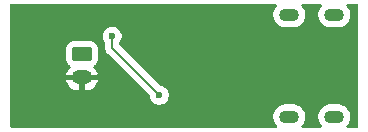
<source format=gbr>
%TF.GenerationSoftware,KiCad,Pcbnew,9.0.0*%
%TF.CreationDate,2025-06-01T15:03:30-04:00*%
%TF.ProjectId,USB-C_LiPol_Charger,5553422d-435f-44c6-9950-6f6c5f436861,0*%
%TF.SameCoordinates,Original*%
%TF.FileFunction,Copper,L2,Bot*%
%TF.FilePolarity,Positive*%
%FSLAX46Y46*%
G04 Gerber Fmt 4.6, Leading zero omitted, Abs format (unit mm)*
G04 Created by KiCad (PCBNEW 9.0.0) date 2025-06-01 15:03:30*
%MOMM*%
%LPD*%
G01*
G04 APERTURE LIST*
G04 Aperture macros list*
%AMRoundRect*
0 Rectangle with rounded corners*
0 $1 Rounding radius*
0 $2 $3 $4 $5 $6 $7 $8 $9 X,Y pos of 4 corners*
0 Add a 4 corners polygon primitive as box body*
4,1,4,$2,$3,$4,$5,$6,$7,$8,$9,$2,$3,0*
0 Add four circle primitives for the rounded corners*
1,1,$1+$1,$2,$3*
1,1,$1+$1,$4,$5*
1,1,$1+$1,$6,$7*
1,1,$1+$1,$8,$9*
0 Add four rect primitives between the rounded corners*
20,1,$1+$1,$2,$3,$4,$5,0*
20,1,$1+$1,$4,$5,$6,$7,0*
20,1,$1+$1,$6,$7,$8,$9,0*
20,1,$1+$1,$8,$9,$2,$3,0*%
G04 Aperture macros list end*
%TA.AperFunction,ComponentPad*%
%ADD10O,1.750000X1.200000*%
%TD*%
%TA.AperFunction,ComponentPad*%
%ADD11RoundRect,0.250000X-0.625000X0.350000X-0.625000X-0.350000X0.625000X-0.350000X0.625000X0.350000X0*%
%TD*%
%TA.AperFunction,HeatsinkPad*%
%ADD12O,1.700000X1.100000*%
%TD*%
%TA.AperFunction,ViaPad*%
%ADD13C,0.600000*%
%TD*%
%TA.AperFunction,Conductor*%
%ADD14C,0.200000*%
%TD*%
G04 APERTURE END LIST*
D10*
%TO.P,J2,2,Pin_2*%
%TO.N,GND*%
X154450000Y-102000000D03*
D11*
%TO.P,J2,1,Pin_1*%
%TO.N,Net-(J2-Pin_1)*%
X154450000Y-100000000D03*
%TD*%
D12*
%TO.P,J1,S1,SHIELD*%
%TO.N,Net-(J1-SHIELD)*%
X172000000Y-105320000D03*
X175800000Y-105320000D03*
X172000000Y-96680000D03*
X175800000Y-96680000D03*
%TD*%
D13*
%TO.N,GND*%
X156000000Y-102000000D03*
%TO.N,Net-(D2-K)*%
X157000000Y-98500000D03*
X161000000Y-103500000D03*
%TO.N,GND*%
X162500000Y-100500000D03*
X173000000Y-103500000D03*
X161000000Y-105500000D03*
%TD*%
D14*
%TO.N,Net-(D2-K)*%
X157000000Y-99500000D02*
X161000000Y-103500000D01*
X157000000Y-98500000D02*
X157000000Y-99500000D01*
%TD*%
%TA.AperFunction,Conductor*%
%TO.N,GND*%
G36*
X170911544Y-95770185D02*
G01*
X170957299Y-95822989D01*
X170967243Y-95892147D01*
X170938218Y-95955703D01*
X170932186Y-95962181D01*
X170884025Y-96010341D01*
X170884024Y-96010342D01*
X170769058Y-96182403D01*
X170689870Y-96373579D01*
X170689868Y-96373587D01*
X170649500Y-96576530D01*
X170649500Y-96783469D01*
X170689868Y-96986412D01*
X170689870Y-96986420D01*
X170769058Y-97177596D01*
X170884024Y-97349657D01*
X171030342Y-97495975D01*
X171030345Y-97495977D01*
X171202402Y-97610941D01*
X171393580Y-97690130D01*
X171595333Y-97730261D01*
X171596530Y-97730499D01*
X171596534Y-97730500D01*
X171596535Y-97730500D01*
X172403466Y-97730500D01*
X172403467Y-97730499D01*
X172606420Y-97690130D01*
X172797598Y-97610941D01*
X172969655Y-97495977D01*
X173115977Y-97349655D01*
X173230941Y-97177598D01*
X173310130Y-96986420D01*
X173350500Y-96783465D01*
X173350500Y-96576535D01*
X173310130Y-96373580D01*
X173230941Y-96182402D01*
X173115977Y-96010345D01*
X173115975Y-96010342D01*
X173067814Y-95962181D01*
X173034329Y-95900858D01*
X173039313Y-95831166D01*
X173081185Y-95775233D01*
X173146649Y-95750816D01*
X173155495Y-95750500D01*
X174644505Y-95750500D01*
X174711544Y-95770185D01*
X174757299Y-95822989D01*
X174767243Y-95892147D01*
X174738218Y-95955703D01*
X174732186Y-95962181D01*
X174684025Y-96010341D01*
X174684024Y-96010342D01*
X174569058Y-96182403D01*
X174489870Y-96373579D01*
X174489868Y-96373587D01*
X174449500Y-96576530D01*
X174449500Y-96783469D01*
X174489868Y-96986412D01*
X174489870Y-96986420D01*
X174569058Y-97177596D01*
X174684024Y-97349657D01*
X174830342Y-97495975D01*
X174830345Y-97495977D01*
X175002402Y-97610941D01*
X175193580Y-97690130D01*
X175395333Y-97730261D01*
X175396530Y-97730499D01*
X175396534Y-97730500D01*
X175396535Y-97730500D01*
X176203466Y-97730500D01*
X176203467Y-97730499D01*
X176406420Y-97690130D01*
X176597598Y-97610941D01*
X176769655Y-97495977D01*
X176915977Y-97349655D01*
X177030941Y-97177598D01*
X177110130Y-96986420D01*
X177150500Y-96783465D01*
X177150500Y-96576535D01*
X177110130Y-96373580D01*
X177030941Y-96182402D01*
X176915977Y-96010345D01*
X176915975Y-96010342D01*
X176867814Y-95962181D01*
X176834329Y-95900858D01*
X176839313Y-95831166D01*
X176881185Y-95775233D01*
X176946649Y-95750816D01*
X176955495Y-95750500D01*
X177725500Y-95750500D01*
X177792539Y-95770185D01*
X177838294Y-95822989D01*
X177849500Y-95874500D01*
X177849500Y-106125500D01*
X177829815Y-106192539D01*
X177777011Y-106238294D01*
X177725500Y-106249500D01*
X176955495Y-106249500D01*
X176888456Y-106229815D01*
X176842701Y-106177011D01*
X176832757Y-106107853D01*
X176861782Y-106044297D01*
X176867814Y-106037819D01*
X176915974Y-105989658D01*
X176915975Y-105989657D01*
X176915977Y-105989655D01*
X177030941Y-105817598D01*
X177110130Y-105626420D01*
X177150500Y-105423465D01*
X177150500Y-105216535D01*
X177110130Y-105013580D01*
X177030941Y-104822402D01*
X176915977Y-104650345D01*
X176915975Y-104650342D01*
X176769657Y-104504024D01*
X176683626Y-104446541D01*
X176597598Y-104389059D01*
X176406420Y-104309870D01*
X176406412Y-104309868D01*
X176203469Y-104269500D01*
X176203465Y-104269500D01*
X175396535Y-104269500D01*
X175396530Y-104269500D01*
X175193587Y-104309868D01*
X175193579Y-104309870D01*
X175002403Y-104389058D01*
X174830342Y-104504024D01*
X174684024Y-104650342D01*
X174569058Y-104822403D01*
X174489870Y-105013579D01*
X174489868Y-105013587D01*
X174449500Y-105216530D01*
X174449500Y-105423469D01*
X174489868Y-105626412D01*
X174489870Y-105626420D01*
X174569058Y-105817596D01*
X174684024Y-105989657D01*
X174732186Y-106037819D01*
X174765671Y-106099142D01*
X174760687Y-106168834D01*
X174718815Y-106224767D01*
X174653351Y-106249184D01*
X174644505Y-106249500D01*
X173155495Y-106249500D01*
X173088456Y-106229815D01*
X173042701Y-106177011D01*
X173032757Y-106107853D01*
X173061782Y-106044297D01*
X173067814Y-106037819D01*
X173115974Y-105989658D01*
X173115975Y-105989657D01*
X173115977Y-105989655D01*
X173230941Y-105817598D01*
X173310130Y-105626420D01*
X173350500Y-105423465D01*
X173350500Y-105216535D01*
X173310130Y-105013580D01*
X173230941Y-104822402D01*
X173115977Y-104650345D01*
X173115975Y-104650342D01*
X172969657Y-104504024D01*
X172883626Y-104446541D01*
X172797598Y-104389059D01*
X172606420Y-104309870D01*
X172606412Y-104309868D01*
X172403469Y-104269500D01*
X172403465Y-104269500D01*
X171596535Y-104269500D01*
X171596530Y-104269500D01*
X171393587Y-104309868D01*
X171393579Y-104309870D01*
X171202403Y-104389058D01*
X171030342Y-104504024D01*
X170884024Y-104650342D01*
X170769058Y-104822403D01*
X170689870Y-105013579D01*
X170689868Y-105013587D01*
X170649500Y-105216530D01*
X170649500Y-105423469D01*
X170689868Y-105626412D01*
X170689870Y-105626420D01*
X170769058Y-105817596D01*
X170884024Y-105989657D01*
X170932186Y-106037819D01*
X170965671Y-106099142D01*
X170960687Y-106168834D01*
X170918815Y-106224767D01*
X170853351Y-106249184D01*
X170844505Y-106249500D01*
X148474500Y-106249500D01*
X148407461Y-106229815D01*
X148361706Y-106177011D01*
X148350500Y-106125500D01*
X148350500Y-99599983D01*
X153074500Y-99599983D01*
X153074500Y-100400001D01*
X153074501Y-100400019D01*
X153085000Y-100502796D01*
X153085001Y-100502799D01*
X153140185Y-100669331D01*
X153140186Y-100669334D01*
X153232288Y-100818656D01*
X153356344Y-100942712D01*
X153420981Y-100982580D01*
X153467705Y-101034526D01*
X153478928Y-101103489D01*
X153451085Y-101167571D01*
X153443566Y-101175799D01*
X153335964Y-101283401D01*
X153234195Y-101423475D01*
X153155591Y-101577744D01*
X153102085Y-101742415D01*
X153100884Y-101749999D01*
X153100885Y-101750000D01*
X154169670Y-101750000D01*
X154149925Y-101769745D01*
X154100556Y-101855255D01*
X154075000Y-101950630D01*
X154075000Y-102049370D01*
X154100556Y-102144745D01*
X154149925Y-102230255D01*
X154169670Y-102250000D01*
X153100885Y-102250000D01*
X153102085Y-102257584D01*
X153155591Y-102422255D01*
X153234195Y-102576524D01*
X153335967Y-102716602D01*
X153458397Y-102839032D01*
X153598475Y-102940804D01*
X153752742Y-103019408D01*
X153917415Y-103072914D01*
X154088429Y-103100000D01*
X154200000Y-103100000D01*
X154200000Y-102280330D01*
X154219745Y-102300075D01*
X154305255Y-102349444D01*
X154400630Y-102375000D01*
X154499370Y-102375000D01*
X154594745Y-102349444D01*
X154680255Y-102300075D01*
X154700000Y-102280330D01*
X154700000Y-103100000D01*
X154811571Y-103100000D01*
X154982584Y-103072914D01*
X155147257Y-103019408D01*
X155301524Y-102940804D01*
X155441602Y-102839032D01*
X155564032Y-102716602D01*
X155665804Y-102576524D01*
X155744408Y-102422255D01*
X155797914Y-102257584D01*
X155799115Y-102250000D01*
X154730330Y-102250000D01*
X154750075Y-102230255D01*
X154799444Y-102144745D01*
X154825000Y-102049370D01*
X154825000Y-101950630D01*
X154799444Y-101855255D01*
X154750075Y-101769745D01*
X154730330Y-101750000D01*
X155799115Y-101750000D01*
X155799115Y-101749999D01*
X155797914Y-101742415D01*
X155744408Y-101577744D01*
X155665804Y-101423475D01*
X155564032Y-101283397D01*
X155456434Y-101175799D01*
X155422949Y-101114476D01*
X155427933Y-101044784D01*
X155469805Y-100988851D01*
X155478995Y-100982594D01*
X155543656Y-100942712D01*
X155667712Y-100818656D01*
X155759814Y-100669334D01*
X155814999Y-100502797D01*
X155825500Y-100400009D01*
X155825499Y-99599992D01*
X155823360Y-99579057D01*
X155814999Y-99497203D01*
X155814998Y-99497200D01*
X155789729Y-99420943D01*
X155759814Y-99330666D01*
X155667712Y-99181344D01*
X155543656Y-99057288D01*
X155394334Y-98965186D01*
X155227797Y-98910001D01*
X155227795Y-98910000D01*
X155125010Y-98899500D01*
X153774998Y-98899500D01*
X153774981Y-98899501D01*
X153672203Y-98910000D01*
X153672200Y-98910001D01*
X153505668Y-98965185D01*
X153505663Y-98965187D01*
X153356342Y-99057289D01*
X153232289Y-99181342D01*
X153140187Y-99330663D01*
X153140186Y-99330666D01*
X153085001Y-99497203D01*
X153085001Y-99497204D01*
X153085000Y-99497204D01*
X153074500Y-99599983D01*
X148350500Y-99599983D01*
X148350500Y-98421153D01*
X156199500Y-98421153D01*
X156199500Y-98578846D01*
X156230261Y-98733489D01*
X156230264Y-98733501D01*
X156290602Y-98879172D01*
X156290609Y-98879185D01*
X156378602Y-99010874D01*
X156399480Y-99077551D01*
X156399500Y-99079765D01*
X156399500Y-99413330D01*
X156399499Y-99413348D01*
X156399499Y-99579054D01*
X156399498Y-99579054D01*
X156405110Y-99599998D01*
X156440423Y-99731785D01*
X156447837Y-99744626D01*
X156447838Y-99744627D01*
X156447838Y-99744628D01*
X156519477Y-99868712D01*
X156519481Y-99868717D01*
X156638349Y-99987585D01*
X156638355Y-99987590D01*
X160165425Y-103514660D01*
X160198910Y-103575983D01*
X160199361Y-103578149D01*
X160230261Y-103733491D01*
X160230264Y-103733501D01*
X160290602Y-103879172D01*
X160290609Y-103879185D01*
X160378210Y-104010288D01*
X160378213Y-104010292D01*
X160489707Y-104121786D01*
X160489711Y-104121789D01*
X160620814Y-104209390D01*
X160620827Y-104209397D01*
X160765931Y-104269500D01*
X160766503Y-104269737D01*
X160921153Y-104300499D01*
X160921156Y-104300500D01*
X160921158Y-104300500D01*
X161078844Y-104300500D01*
X161078845Y-104300499D01*
X161233497Y-104269737D01*
X161379179Y-104209394D01*
X161510289Y-104121789D01*
X161621789Y-104010289D01*
X161709394Y-103879179D01*
X161769737Y-103733497D01*
X161800500Y-103578842D01*
X161800500Y-103421158D01*
X161800500Y-103421155D01*
X161800499Y-103421153D01*
X161769738Y-103266510D01*
X161769737Y-103266503D01*
X161769735Y-103266498D01*
X161709397Y-103120827D01*
X161709390Y-103120814D01*
X161621789Y-102989711D01*
X161621786Y-102989707D01*
X161510292Y-102878213D01*
X161510288Y-102878210D01*
X161379185Y-102790609D01*
X161379172Y-102790602D01*
X161233501Y-102730264D01*
X161233491Y-102730261D01*
X161078149Y-102699361D01*
X161016238Y-102666976D01*
X161014660Y-102665425D01*
X157636819Y-99287584D01*
X157622115Y-99260656D01*
X157605523Y-99234838D01*
X157604631Y-99228637D01*
X157603334Y-99226261D01*
X157600500Y-99199903D01*
X157600500Y-99079765D01*
X157620185Y-99012726D01*
X157621398Y-99010874D01*
X157651927Y-98965185D01*
X157709394Y-98879179D01*
X157769737Y-98733497D01*
X157800500Y-98578842D01*
X157800500Y-98421158D01*
X157800500Y-98421155D01*
X157800499Y-98421153D01*
X157769738Y-98266510D01*
X157769737Y-98266503D01*
X157769735Y-98266498D01*
X157709397Y-98120827D01*
X157709390Y-98120814D01*
X157621789Y-97989711D01*
X157621786Y-97989707D01*
X157510292Y-97878213D01*
X157510288Y-97878210D01*
X157379185Y-97790609D01*
X157379172Y-97790602D01*
X157233501Y-97730264D01*
X157233489Y-97730261D01*
X157078845Y-97699500D01*
X157078842Y-97699500D01*
X156921158Y-97699500D01*
X156921155Y-97699500D01*
X156766510Y-97730261D01*
X156766498Y-97730264D01*
X156620827Y-97790602D01*
X156620814Y-97790609D01*
X156489711Y-97878210D01*
X156489707Y-97878213D01*
X156378213Y-97989707D01*
X156378210Y-97989711D01*
X156290609Y-98120814D01*
X156290602Y-98120827D01*
X156230264Y-98266498D01*
X156230261Y-98266510D01*
X156199500Y-98421153D01*
X148350500Y-98421153D01*
X148350500Y-95874500D01*
X148370185Y-95807461D01*
X148422989Y-95761706D01*
X148474500Y-95750500D01*
X170844505Y-95750500D01*
X170911544Y-95770185D01*
G37*
%TD.AperFunction*%
%TD*%
M02*

</source>
